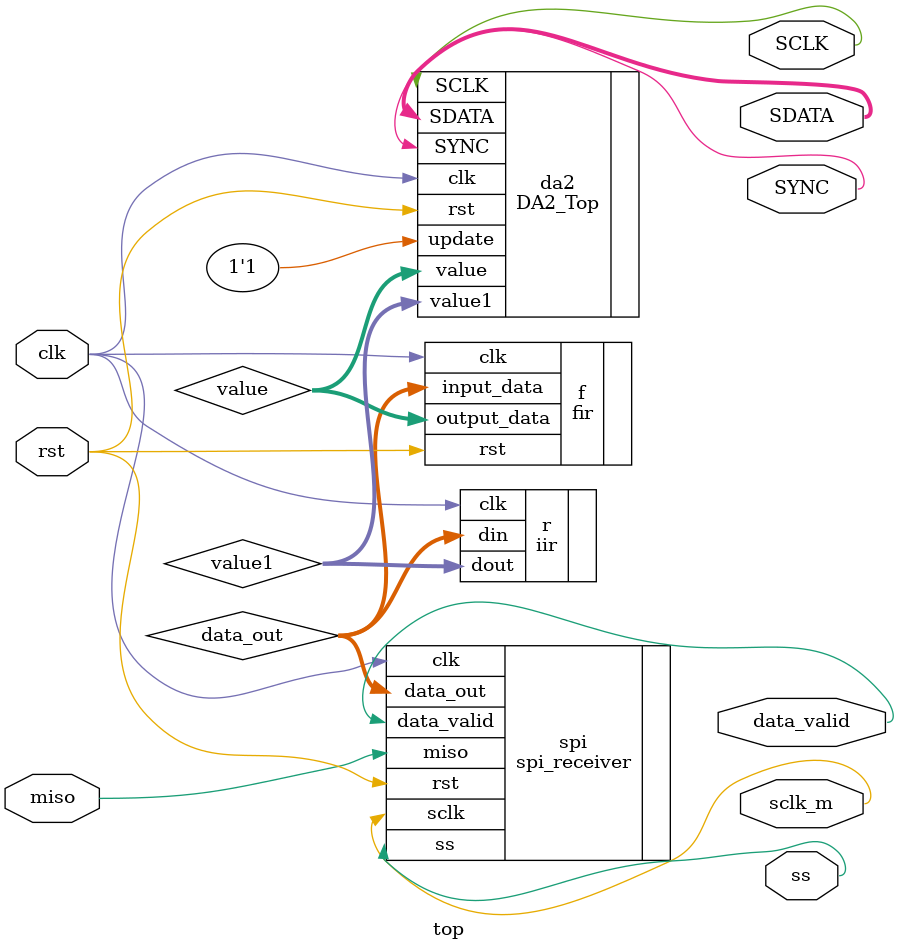
<source format=v>
`timescale 1ns/1ps 

module top(input clk, input rst,
           output [1:0] SDATA, output SCLK,
           output SYNC,
           input miso,
           output sclk_m,
           output ss,
           output data_valid
);

wire [11:0] value, value1;
wire[11:0] data_out;
wire update;

DA2_Top da2 (.clk(clk),.rst(rst),.update(1'b1),.value(value),.value1(value1),.SDATA(SDATA),. SCLK(SCLK),.SYNC(SYNC));

spi_receiver spi(.clk(clk),.rst(rst),.miso(miso),.sclk(sclk_m),.ss(ss),.data_out(data_out),.data_valid(data_valid));

fir f (.input_data(data_out),.clk(clk),.rst(rst),.output_data(value));

iir r (.clk(clk),.din(data_out),.dout(value1)); 

endmodule
</source>
